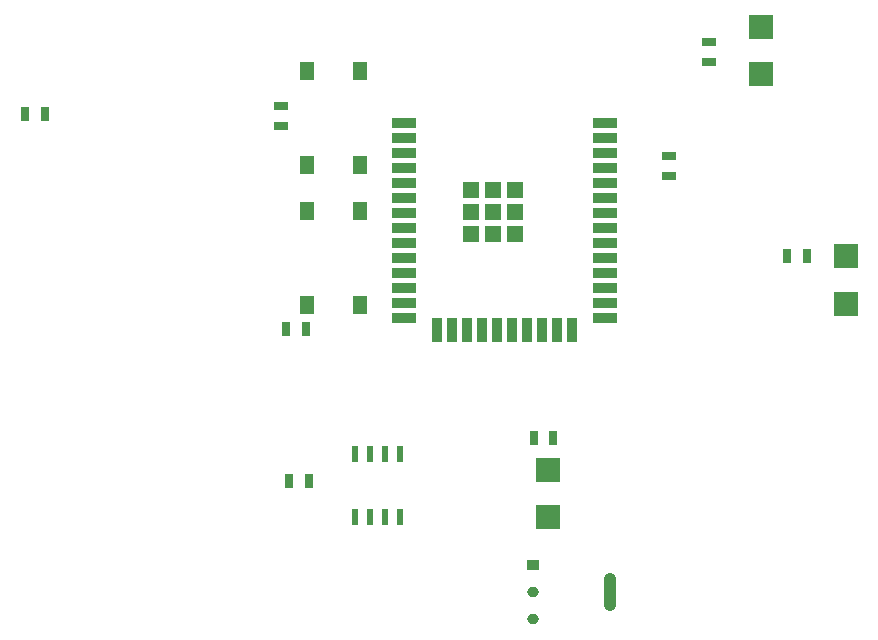
<source format=gtp>
G04*
G04 #@! TF.GenerationSoftware,Altium Limited,Altium Designer,24.2.2 (26)*
G04*
G04 Layer_Color=8421504*
%FSLAX44Y44*%
%MOMM*%
G71*
G04*
G04 #@! TF.SameCoordinates,EEC84D6A-0AE8-4C3C-B58C-44986A5593EB*
G04*
G04*
G04 #@! TF.FilePolarity,Positive*
G04*
G01*
G75*
%ADD18R,2.0000X2.0000*%
%ADD19R,0.7587X1.3082*%
%ADD20R,1.3082X0.7587*%
%ADD21R,1.3300X1.3300*%
%ADD22R,0.9000X2.0000*%
%ADD23R,2.0000X0.9000*%
%ADD24R,1.3000X1.5500*%
%ADD25R,0.6000X1.4000*%
G04:AMPARAMS|DCode=26|XSize=1.0043mm|YSize=3.1821mm|CornerRadius=0.4369mm|HoleSize=0mm|Usage=FLASHONLY|Rotation=0.000|XOffset=0mm|YOffset=0mm|HoleType=Round|Shape=RoundedRectangle|*
%AMROUNDEDRECTD26*
21,1,1.0043,2.3084,0,0,0.0*
21,1,0.1306,3.1821,0,0,0.0*
1,1,0.8737,0.0653,-1.1542*
1,1,0.8737,-0.0653,-1.1542*
1,1,0.8737,-0.0653,1.1542*
1,1,0.8737,0.0653,1.1542*
%
%ADD26ROUNDEDRECTD26*%
G04:AMPARAMS|DCode=27|XSize=1.0043mm|YSize=0.8721mm|CornerRadius=0.4361mm|HoleSize=0mm|Usage=FLASHONLY|Rotation=0.000|XOffset=0mm|YOffset=0mm|HoleType=Round|Shape=RoundedRectangle|*
%AMROUNDEDRECTD27*
21,1,1.0043,0.0000,0,0,0.0*
21,1,0.1322,0.8721,0,0,0.0*
1,1,0.8721,0.0661,0.0000*
1,1,0.8721,-0.0661,0.0000*
1,1,0.8721,-0.0661,0.0000*
1,1,0.8721,0.0661,0.0000*
%
%ADD27ROUNDEDRECTD27*%
%ADD28R,1.0043X0.8721*%
D18*
X1194308Y552770D02*
D03*
Y592770D02*
D03*
X1122426Y747334D02*
D03*
Y787334D02*
D03*
X942086Y371988D02*
D03*
Y411988D02*
D03*
D19*
X1161427Y592836D02*
D03*
X1144893D02*
D03*
X739787Y402590D02*
D03*
X723253D02*
D03*
X736993Y531622D02*
D03*
X720459D02*
D03*
X499733Y712954D02*
D03*
X516267D02*
D03*
X930263Y439166D02*
D03*
X946797D02*
D03*
D20*
X1078230Y774331D02*
D03*
Y757797D02*
D03*
X1044448Y677557D02*
D03*
Y661023D02*
D03*
X716534Y703441D02*
D03*
Y719975D02*
D03*
D21*
X913860Y612030D02*
D03*
X895510D02*
D03*
X877160D02*
D03*
X913860Y630380D02*
D03*
X895510D02*
D03*
X877160D02*
D03*
X913860Y648730D02*
D03*
X895510D02*
D03*
X877160D02*
D03*
D22*
X962660Y530280D02*
D03*
X949960D02*
D03*
X937260D02*
D03*
X924560D02*
D03*
X911860D02*
D03*
X899160D02*
D03*
X886460D02*
D03*
X873760D02*
D03*
X861060D02*
D03*
X848360D02*
D03*
D23*
X990510Y705380D02*
D03*
Y692680D02*
D03*
Y679980D02*
D03*
Y667280D02*
D03*
Y654580D02*
D03*
Y641880D02*
D03*
Y629180D02*
D03*
Y616480D02*
D03*
Y603780D02*
D03*
Y591080D02*
D03*
Y578380D02*
D03*
Y565680D02*
D03*
Y552980D02*
D03*
Y540280D02*
D03*
X820510D02*
D03*
Y552980D02*
D03*
Y565680D02*
D03*
Y578380D02*
D03*
Y591080D02*
D03*
Y603780D02*
D03*
Y616480D02*
D03*
Y629180D02*
D03*
Y641880D02*
D03*
Y654580D02*
D03*
Y667280D02*
D03*
Y679980D02*
D03*
Y692680D02*
D03*
Y705380D02*
D03*
D24*
X738230Y552070D02*
D03*
X783230D02*
D03*
X738230Y631570D02*
D03*
X783230D02*
D03*
X783230Y749934D02*
D03*
X738230D02*
D03*
X783230Y670434D02*
D03*
X738230D02*
D03*
D25*
X778510Y372280D02*
D03*
X791210D02*
D03*
X803910D02*
D03*
X816610D02*
D03*
Y425280D02*
D03*
X803910D02*
D03*
X791210D02*
D03*
X778510D02*
D03*
D26*
X995032Y308864D02*
D03*
D27*
X929132Y285964D02*
D03*
Y308864D02*
D03*
D28*
Y331764D02*
D03*
M02*

</source>
